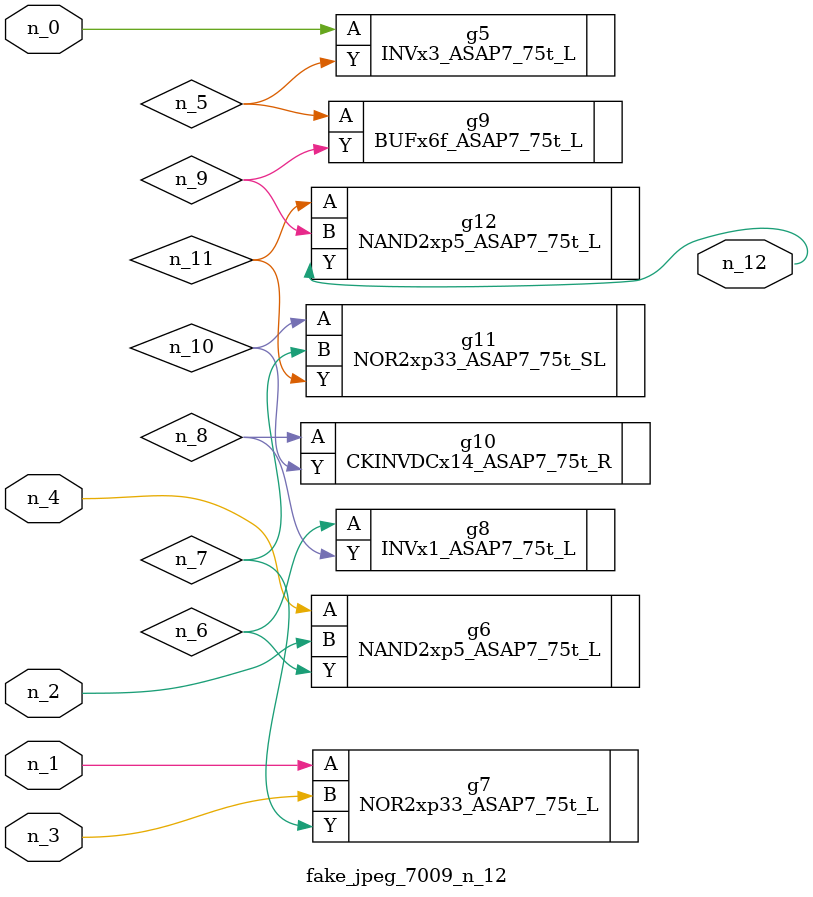
<source format=v>
module fake_jpeg_7009_n_12 (n_3, n_2, n_1, n_0, n_4, n_12);

input n_3;
input n_2;
input n_1;
input n_0;
input n_4;

output n_12;

wire n_11;
wire n_10;
wire n_8;
wire n_9;
wire n_6;
wire n_5;
wire n_7;

INVx3_ASAP7_75t_L g5 ( 
.A(n_0),
.Y(n_5)
);

NAND2xp5_ASAP7_75t_L g6 ( 
.A(n_4),
.B(n_2),
.Y(n_6)
);

NOR2xp33_ASAP7_75t_L g7 ( 
.A(n_1),
.B(n_3),
.Y(n_7)
);

INVx1_ASAP7_75t_L g8 ( 
.A(n_6),
.Y(n_8)
);

CKINVDCx14_ASAP7_75t_R g10 ( 
.A(n_8),
.Y(n_10)
);

BUFx6f_ASAP7_75t_L g9 ( 
.A(n_5),
.Y(n_9)
);

NOR2xp33_ASAP7_75t_SL g11 ( 
.A(n_10),
.B(n_7),
.Y(n_11)
);

NAND2xp5_ASAP7_75t_L g12 ( 
.A(n_11),
.B(n_9),
.Y(n_12)
);


endmodule
</source>
